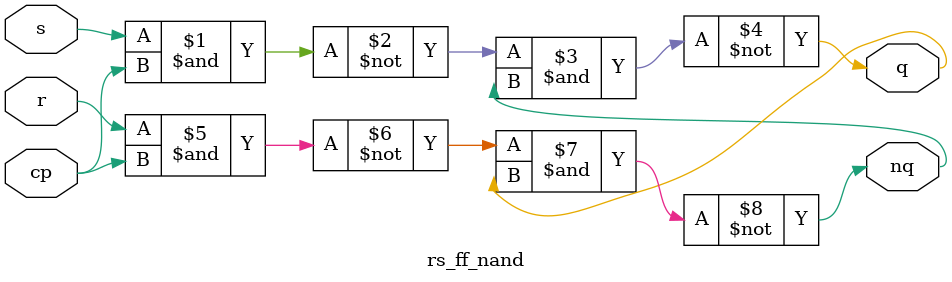
<source format=v>
`timescale 1ns / 1ps

module rs_ff_nand(
input r,s,cp,
output q,nq
    );
assign q=~(~(s&cp)&nq);
assign nq=~(~(r&cp)&q);
endmodule

</source>
